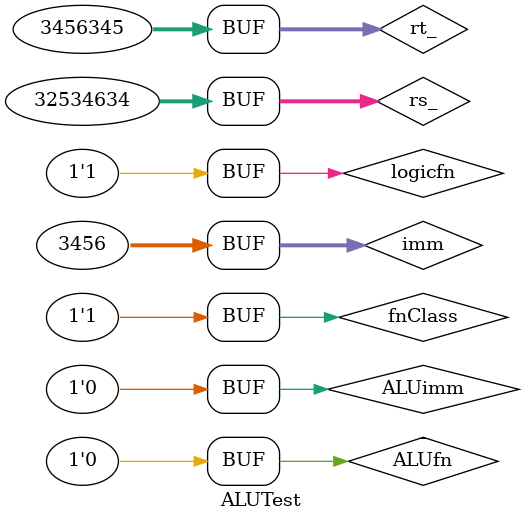
<source format=v>
`timescale 1ns / 1ps


module ALUTest;

	// Inputs
	reg [31:0] rs_;
	reg [31:0] rt_;
	reg [31:0] imm;
	reg ALUimm;
	reg ALUfn;
	reg logicfn;
	reg fnClass;

	// Outputs
	wire [31:0] result;
	wire zFlag;
	wire carryFlag;
	wire signFlag;
	wire overflowFlag;

	// Instantiate the Unit Under Test (UUT)
	ALU uut (
		.rs_(rs_), 
		.rt_(rt_), 
		.imm(imm), 
		.ALUimm(ALUimm), 
		.ALUfn(ALUfn), 
		.logicfn(logicfn), 
		.fnClass(fnClass), 
		.result(result), 
		.zFlag(zFlag), 
		.carryFlag(carryFlag), 
		.signFlag(signFlag), 
		.overflowFlag(overflowFlag)
	);

	initial begin
		// Initialize Inputs
		rs_ = 0;
		rt_ = 0;
		imm = 0;
		ALUimm = 0;
		ALUfn = 0;
		logicfn = 0;
		fnClass = 0;

		// Wait 100 ns for global reset to finish
		#100;
      rs_ = -32534634;
		rt_ = 3456345;
		imm = 3456;
		ALUfn = 0; 
		fnClass = 0;
		
		#100
		rs_ = -3455;
		rt_ = 3455;
		imm = 3456;
		ALUfn = 0; 
		fnClass = 0;
		
		#100
		rs_ = 32534634;
		rt_ = 3456345;
		imm = 3456;
		ALUfn = 0; 
		fnClass = 0;
		
		#100;
		
		
		ALUimm = 1;
		
		#100;
		
		ALUimm = 0;
		ALUfn = 1;
		
		#100
		
		ALUfn = 0;
		fnClass = 1;
		logicfn = 0;
		
		#100
		logicfn = 1;
		// Add stimulus here
		

	end
      
endmodule


</source>
